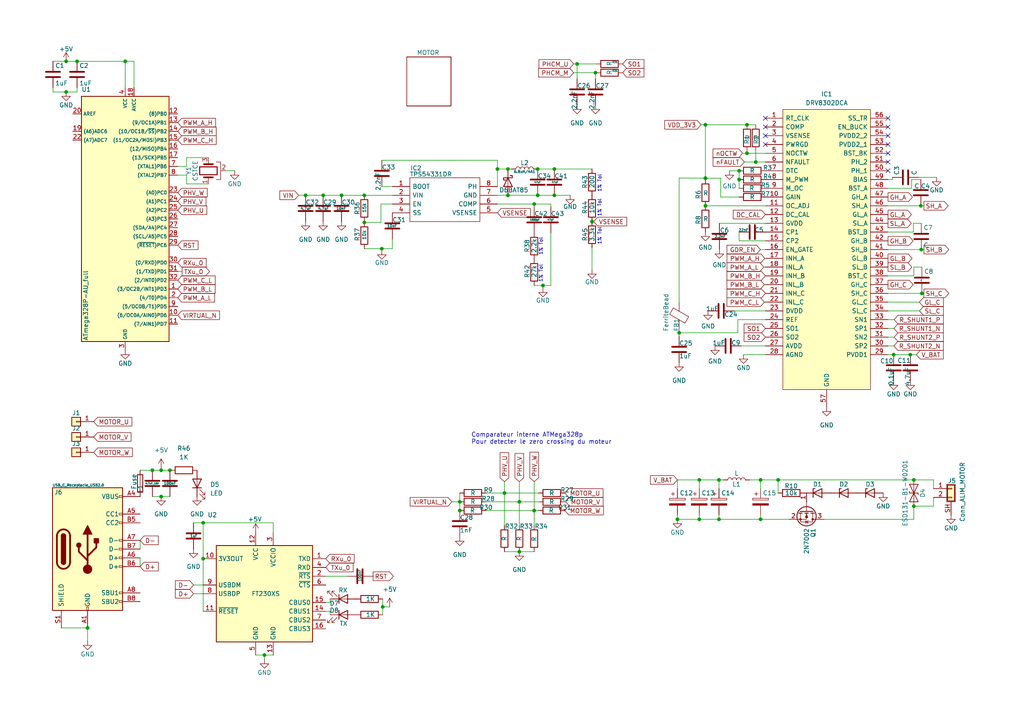
<source format=kicad_sch>
(kicad_sch (version 20230121) (generator eeschema)
  (paper "A4")
  (junction (at 196.977 96.52))
  (junction (at 214.376 49.53))
  (junction (at 202.819 139.192))
  (junction (at 204.597 51.6588))
  (junction (at 58.928 162.052))
  (junction (at 46.736 144.018))
  (junction (at 76.708 189.992))
  (junction (at 49.276 136.398))
  (junction (at 267.3858 85.09))
  (junction (at 214.376 52.07))
  (junction (at 172.72 21.082))
  (junction (at 167.386 18.542))
  (junction (at 220.599 139.192))
  (junction (at 216.662 44.45))
  (junction (at 171.704 64.262))
  (junction (at 150.622 160.02))
  (junction (at 155.956 56.642))
  (junction (at 259.207 102.87))
  (junction (at 88.646 56.642))
  (junction (at 267.208 72.39))
  (junction (at 144.272 49.022))
  (junction (at 133.35 148.082))
  (junction (at 46.736 136.398))
  (junction (at 110.744 72.136))
  (junction (at 216.662 36.195))
  (junction (at 105.664 56.642))
  (junction (at 208.534 139.192))
  (junction (at 22.352 17.78))
  (junction (at 36.322 17.78))
  (junction (at 19.177 17.78))
  (junction (at 105.664 64.516))
  (junction (at 19.177 26.67))
  (junction (at 264.033 102.87))
  (junction (at 160.782 49.022))
  (junction (at 160.782 56.642))
  (junction (at 196.469 150.622))
  (junction (at 265.049 146.812))
  (junction (at 154.94 59.182))
  (junction (at 265.049 139.192))
  (junction (at 93.726 56.642))
  (junction (at 147.32 49.022))
  (junction (at 157.48 82.804))
  (junction (at 225.679 139.192))
  (junction (at 208.534 150.622))
  (junction (at 219.2058 46.99))
  (junction (at 133.35 145.542))
  (junction (at 110.998 176.022))
  (junction (at 202.819 150.622))
  (junction (at 267.081 59.69))
  (junction (at 147.32 56.642))
  (junction (at 25.4 182.118))
  (junction (at 155.956 49.022))
  (junction (at 99.06 56.642))
  (junction (at 146.304 143.002))
  (junction (at 204.597 51.689))
  (junction (at 58.928 151.638))
  (junction (at 154.94 148.082))
  (junction (at 150.622 145.542))
  (junction (at 220.599 150.622))
  (junction (at 204.597 59.69))
  (junction (at 204.597 36.195))
  (junction (at 44.196 136.398))
  (no_connect (at 257.556 39.37))
  (no_connect (at 257.556 44.45))
  (no_connect (at 221.996 34.29))
  (no_connect (at 257.556 49.53))
  (no_connect (at 221.996 41.91))
  (no_connect (at 221.996 39.37))
  (no_connect (at 257.556 36.83))
  (no_connect (at 257.556 41.91))
  (no_connect (at 221.996 36.83))
  (no_connect (at 257.556 34.29))
  (no_connect (at 257.556 46.99))
  (wire (pts (xy 44.196 136.398) (xy 46.736 136.398)))
  (wire (pts (xy 105.664 64.516) (xy 110.49 64.516)))
  (wire (pts (xy 204.597 51.689) (xy 204.597 52.07)))
  (wire (pts (xy 22.352 26.67) (xy 19.177 26.67)))
  (wire (pts (xy 220.599 150.622) (xy 228.854 150.622)))
  (wire (pts (xy 44.196 136.398) (xy 40.64 136.398)))
  (wire (pts (xy 140.97 148.082) (xy 154.94 148.082)))
  (wire (pts (xy 266.6492 87.63) (xy 257.556 87.63)))
  (wire (pts (xy 219.202 43.815) (xy 219.2058 46.99)))
  (wire (pts (xy 140.97 143.002) (xy 146.304 143.002)))
  (wire (pts (xy 155.956 56.642) (xy 160.782 56.642)))
  (wire (pts (xy 165.354 56.642) (xy 160.782 56.642)))
  (wire (pts (xy 150.622 139.7) (xy 150.622 145.542)))
  (wire (pts (xy 202.819 139.192) (xy 196.469 139.192)))
  (wire (pts (xy 259.2578 95.25) (xy 257.556 95.25)))
  (wire (pts (xy 150.622 145.542) (xy 150.622 152.4)))
  (wire (pts (xy 208.534 141.732) (xy 208.534 139.192)))
  (wire (pts (xy 54.102 50.8) (xy 51.562 50.8)))
  (wire (pts (xy 270.764 146.812) (xy 270.764 144.272)))
  (wire (pts (xy 146.304 143.002) (xy 146.304 152.4)))
  (wire (pts (xy 225.679 139.192) (xy 265.049 139.192)))
  (wire (pts (xy 133.35 145.542) (xy 133.35 148.082)))
  (wire (pts (xy 155.956 49.022) (xy 160.782 49.022)))
  (wire (pts (xy 265.049 77.47) (xy 267.3858 77.47)))
  (wire (pts (xy 110.744 72.136) (xy 113.792 72.136)))
  (wire (pts (xy 95.758 174.752) (xy 94.488 174.752)))
  (wire (pts (xy 46.736 135.636) (xy 46.736 136.398)))
  (wire (pts (xy 214.376 52.07) (xy 214.376 54.61)))
  (wire (pts (xy 204.597 59.69) (xy 221.996 59.69)))
  (wire (pts (xy 154.94 59.182) (xy 159.766 59.182)))
  (wire (pts (xy 196.977 95.377) (xy 196.977 96.52)))
  (wire (pts (xy 110.744 72.136) (xy 105.664 72.136)))
  (wire (pts (xy 172.72 21.082) (xy 172.72 22.86)))
  (wire (pts (xy 68.072 49.53) (xy 65.532 49.53)))
  (wire (pts (xy 209.042 57.15) (xy 209.042 51.689)))
  (wire (pts (xy 215.011 100.33) (xy 221.996 100.33)))
  (wire (pts (xy 220.599 139.192) (xy 225.679 139.192)))
  (wire (pts (xy 257.556 85.09) (xy 267.3858 85.09)))
  (wire (pts (xy 172.212 64.262) (xy 171.704 64.262)))
  (wire (pts (xy 105.664 56.642) (xy 113.792 56.642)))
  (wire (pts (xy 203.327 36.195) (xy 204.597 36.195)))
  (wire (pts (xy 266.7 90.17) (xy 257.556 90.17)))
  (wire (pts (xy 196.977 97.536) (xy 196.977 96.52)))
  (wire (pts (xy 76.708 189.992) (xy 79.248 189.992)))
  (wire (pts (xy 204.597 36.195) (xy 216.662 36.195)))
  (wire (pts (xy 258.826 51.435) (xy 258.826 52.07)))
  (wire (pts (xy 196.469 139.192) (xy 196.469 141.732)))
  (wire (pts (xy 259.334 92.71) (xy 257.556 92.71)))
  (wire (pts (xy 213.995 96.52) (xy 213.995 92.71)))
  (wire (pts (xy 110.744 72.644) (xy 110.744 72.136)))
  (wire (pts (xy 215.9 46.99) (xy 219.2058 46.99)))
  (wire (pts (xy 150.622 160.02) (xy 154.94 160.02)))
  (wire (pts (xy 86.614 56.642) (xy 88.646 56.642)))
  (wire (pts (xy 58.928 151.638) (xy 58.928 162.052)))
  (wire (pts (xy 93.726 56.642) (xy 99.06 56.642)))
  (wire (pts (xy 172.72 21.082) (xy 172.974 21.082)))
  (wire (pts (xy 58.928 151.638) (xy 79.248 151.638)))
  (wire (pts (xy 217.424 139.192) (xy 220.599 139.192)))
  (wire (pts (xy 25.4 185.928) (xy 25.4 182.118)))
  (wire (pts (xy 159.766 82.804) (xy 157.48 82.804)))
  (wire (pts (xy 88.646 56.642) (xy 93.726 56.642)))
  (wire (pts (xy 54.102 53.34) (xy 60.452 53.34)))
  (wire (pts (xy 265.049 139.192) (xy 270.764 139.192)))
  (wire (pts (xy 265.049 150.622) (xy 239.014 150.622)))
  (wire (pts (xy 264.922 67.31) (xy 257.556 67.31)))
  (wire (pts (xy 110.998 178.308) (xy 110.998 176.022)))
  (wire (pts (xy 267.208 72.39) (xy 267.97 72.39)))
  (wire (pts (xy 211.582 49.53) (xy 214.376 49.53)))
  (wire (pts (xy 264.414 52.07) (xy 267.081 52.07)))
  (wire (pts (xy 264.033 102.87) (xy 259.207 102.87)))
  (wire (pts (xy 58.928 162.052) (xy 58.928 177.292)))
  (wire (pts (xy 99.06 56.642) (xy 105.664 56.642)))
  (wire (pts (xy 259.2578 100.33) (xy 257.556 100.33)))
  (wire (pts (xy 208.534 149.352) (xy 208.534 150.622)))
  (wire (pts (xy 221.5134 77.47) (xy 221.996 77.47)))
  (wire (pts (xy 147.32 49.022) (xy 148.336 49.022)))
  (wire (pts (xy 264.922 64.77) (xy 267.208 64.77)))
  (wire (pts (xy 220.599 149.352) (xy 220.599 150.622)))
  (wire (pts (xy 259.334 97.79) (xy 257.556 97.79)))
  (wire (pts (xy 215.646 102.87) (xy 221.996 102.87)))
  (wire (pts (xy 95.758 177.292) (xy 94.488 177.292)))
  (wire (pts (xy 213.995 92.71) (xy 221.996 92.71)))
  (wire (pts (xy 258.826 52.07) (xy 257.556 52.07)))
  (wire (pts (xy 221.6912 82.55) (xy 221.996 82.55)))
  (wire (pts (xy 36.322 17.78) (xy 36.322 25.4)))
  (wire (pts (xy 154.94 148.082) (xy 156.21 148.082)))
  (wire (pts (xy 154.94 148.082) (xy 154.94 152.4)))
  (wire (pts (xy 146.304 139.7) (xy 146.304 143.002)))
  (wire (pts (xy 110.744 54.102) (xy 113.792 54.102)))
  (wire (pts (xy 221.8182 74.93) (xy 221.996 74.93)))
  (wire (pts (xy 160.782 49.022) (xy 171.704 49.022)))
  (wire (pts (xy 196.469 149.352) (xy 196.469 150.622)))
  (wire (pts (xy 257.556 59.69) (xy 267.081 59.69)))
  (wire (pts (xy 44.196 144.018) (xy 46.736 144.018)))
  (wire (pts (xy 167.386 18.542) (xy 167.386 22.86)))
  (wire (pts (xy 265.049 146.812) (xy 265.049 150.622)))
  (wire (pts (xy 40.64 156.718) (xy 40.64 159.258)))
  (wire (pts (xy 54.102 53.34) (xy 54.102 50.8)))
  (wire (pts (xy 209.042 57.15) (xy 214.376 57.15)))
  (wire (pts (xy 147.32 56.642) (xy 155.956 56.642)))
  (wire (pts (xy 219.2058 46.99) (xy 221.996 46.99)))
  (wire (pts (xy 146.304 143.002) (xy 156.21 143.002)))
  (wire (pts (xy 264.414 54.61) (xy 264.414 52.07)))
  (wire (pts (xy 79.248 151.638) (xy 79.248 154.432)))
  (wire (pts (xy 196.977 51.6588) (xy 204.597 51.6588)))
  (wire (pts (xy 46.736 144.018) (xy 49.276 144.018)))
  (wire (pts (xy 216.662 43.815) (xy 216.662 44.45)))
  (wire (pts (xy 208.661 64.77) (xy 221.996 64.77)))
  (wire (pts (xy 40.64 161.798) (xy 40.64 164.338)))
  (wire (pts (xy 15.367 26.67) (xy 15.367 25.4)))
  (wire (pts (xy 204.597 51.689) (xy 209.042 51.689)))
  (wire (pts (xy 144.272 46.482) (xy 110.744 46.482)))
  (wire (pts (xy 204.597 36.195) (xy 204.597 51.6588)))
  (wire (pts (xy 216.662 44.45) (xy 221.996 44.45)))
  (wire (pts (xy 154.94 59.182) (xy 154.94 59.944)))
  (wire (pts (xy 74.168 189.992) (xy 76.708 189.992)))
  (wire (pts (xy 95.758 177.292) (xy 95.758 178.308)))
  (wire (pts (xy 140.97 145.542) (xy 150.622 145.542)))
  (wire (pts (xy 144.272 49.022) (xy 147.32 49.022)))
  (wire (pts (xy 144.272 59.182) (xy 154.94 59.182)))
  (wire (pts (xy 15.367 17.78) (xy 19.177 17.78)))
  (wire (pts (xy 216.662 36.195) (xy 219.202 36.195)))
  (wire (pts (xy 214.376 67.31) (xy 214.376 69.85)))
  (wire (pts (xy 271.653 51.435) (xy 266.446 51.435)))
  (wire (pts (xy 265.049 80.01) (xy 257.556 80.01)))
  (wire (pts (xy 202.819 141.732) (xy 202.819 139.192)))
  (wire (pts (xy 105.664 64.262) (xy 105.664 64.516)))
  (wire (pts (xy 51.562 78.74) (xy 52.832 78.74)))
  (wire (pts (xy 159.766 59.182) (xy 159.766 59.944)))
  (wire (pts (xy 150.622 145.542) (xy 156.21 145.542)))
  (wire (pts (xy 49.276 136.398) (xy 49.53 136.398)))
  (wire (pts (xy 209.804 139.192) (xy 208.534 139.192)))
  (wire (pts (xy 164.084 145.542) (xy 163.83 145.542)))
  (wire (pts (xy 56.134 172.212) (xy 58.928 172.212)))
  (wire (pts (xy 110.49 59.182) (xy 113.792 59.182)))
  (wire (pts (xy 267.3858 85.09) (xy 267.97 85.09)))
  (wire (pts (xy 196.977 87.757) (xy 196.977 51.6588)))
  (wire (pts (xy 154.94 139.7) (xy 154.94 148.082)))
  (wire (pts (xy 202.819 150.622) (xy 208.534 150.622)))
  (wire (pts (xy 157.48 82.804) (xy 154.94 82.804)))
  (wire (pts (xy 17.78 182.118) (xy 25.4 182.118)))
  (wire (pts (xy 113.792 72.136) (xy 113.792 69.342)))
  (wire (pts (xy 264.922 67.31) (xy 264.922 64.77)))
  (wire (pts (xy 76.708 191.262) (xy 76.708 189.992)))
  (wire (pts (xy 15.367 26.67) (xy 19.177 26.67)))
  (wire (pts (xy 38.862 25.4) (xy 38.862 17.78)))
  (wire (pts (xy 265.7856 102.87) (xy 264.033 102.87)))
  (wire (pts (xy 144.272 49.022) (xy 144.272 46.482)))
  (wire (pts (xy 46.736 136.398) (xy 49.276 136.398)))
  (wire (pts (xy 110.998 176.022) (xy 110.998 173.736)))
  (wire (pts (xy 144.272 56.642) (xy 147.32 56.642)))
  (wire (pts (xy 225.679 139.192) (xy 225.679 143.002)))
  (wire (pts (xy 167.386 18.542) (xy 172.974 18.542)))
  (wire (pts (xy 171.704 78.232) (xy 171.704 71.882)))
  (wire (pts (xy 146.304 160.02) (xy 150.622 160.02)))
  (wire (pts (xy 56.134 169.672) (xy 58.928 169.672)))
  (wire (pts (xy 36.322 17.78) (xy 38.862 17.78)))
  (wire (pts (xy 265.049 146.812) (xy 270.764 146.812)))
  (wire (pts (xy 202.819 149.352) (xy 202.819 150.622)))
  (wire (pts (xy 214.376 49.53) (xy 214.376 52.07)))
  (wire (pts (xy 220.5482 72.39) (xy 221.996 72.39)))
  (wire (pts (xy 267.081 59.69) (xy 267.97 59.69)))
  (wire (pts (xy 157.48 83.566) (xy 157.48 82.804)))
  (wire (pts (xy 113.03 176.022) (xy 110.998 176.022)))
  (wire (pts (xy 214.376 69.85) (xy 221.996 69.85)))
  (wire (pts (xy 166.37 21.082) (xy 172.72 21.082)))
  (wire (pts (xy 19.177 17.78) (xy 22.352 17.78)))
  (wire (pts (xy 22.352 17.78) (xy 36.322 17.78)))
  (wire (pts (xy 196.469 150.622) (xy 202.819 150.622)))
  (wire (pts (xy 270.764 141.732) (xy 270.764 139.192)))
  (wire (pts (xy 56.134 151.638) (xy 58.928 151.638)))
  (wire (pts (xy 208.534 150.622) (xy 220.599 150.622)))
  (wire (pts (xy 144.272 54.102) (xy 144.272 49.022)))
  (wire (pts (xy 259.207 102.87) (xy 257.556 102.87)))
  (wire (pts (xy 166.37 18.542) (xy 167.386 18.542)))
  (wire (pts (xy 215.392 44.45) (xy 216.662 44.45)))
  (wire (pts (xy 95.758 173.736) (xy 95.758 174.752)))
  (wire (pts (xy 54.102 45.72) (xy 54.102 48.26)))
  (wire (pts (xy 208.534 139.192) (xy 202.819 139.192)))
  (wire (pts (xy 94.488 167.132) (xy 100.584 167.132)))
  (wire (pts (xy 22.352 25.4) (xy 22.352 26.67)))
  (wire (pts (xy 265.049 80.01) (xy 265.049 77.47)))
  (wire (pts (xy 220.599 141.732) (xy 220.599 139.192)))
  (wire (pts (xy 133.35 143.002) (xy 133.35 145.542)))
  (wire (pts (xy 221.6912 87.63) (xy 221.996 87.63)))
  (wire (pts (xy 131.064 145.542) (xy 133.35 145.542)))
  (wire (pts (xy 204.597 51.6588) (xy 204.597 51.689)))
  (wire (pts (xy 159.766 67.564) (xy 159.766 82.804)))
  (wire (pts (xy 264.414 54.61) (xy 257.556 54.61)))
  (wire (pts (xy 196.977 96.52) (xy 213.995 96.52)))
  (wire (pts (xy 212.979 90.17) (xy 221.996 90.17)))
  (wire (pts (xy 257.556 72.39) (xy 267.208 72.39)))
  (wire (pts (xy 110.49 64.516) (xy 110.49 59.182)))
  (wire (pts (xy 54.102 48.26) (xy 51.562 48.26)))
  (wire (pts (xy 54.102 45.72) (xy 60.452 45.72)))
  (text "1% Tol" (at 174.498 55.88 90) (effects (font (size 1 1)) (justify left bottom)))
  (text "Comparateur interne ATMega328p\nPour detecter le zero crossing du moteur" (at 136.652 129.032 0) (effects (font (size 1.27 1.27)) (justify left bottom)))
  (text "1% Tol" (at 174.498 62.992 90) (effects (font (size 1 1)) (justify left bottom)))
  (text "1% Tol" (at 174.498 71.12 90) (effects (font (size 1 1)) (justify left bottom)))
  (text "1% Tol" (at 157.48 82.042 90) (effects (font (size 1 1)) (justify left bottom)))
  (text "1% Tol" (at 157.48 74.168 90) (effects (font (size 1 1)) (justify left bottom)))
  (global_label "PWM_A_L" (shape input) (at 51.562 86.36 0) (property "Intersheetrefs" "${INTERSHEET_REFS}" (effects hide)))
  (global_label "PWM_C_H" (shape input) (at 51.562 40.64 0) (property "Intersheetrefs" "${INTERSHEET_REFS}" (effects hide)))
  (global_label "TXu_0" (shape output) (at 52.832 78.74 0) (property "Intersheetrefs" "${INTERSHEET_REFS}" (effects hide)))
  (global_label "SO1" (shape input) (at 180.594 18.542 0) (property "Intersheetrefs" "${INTERSHEET_REFS}" (effects hide)))
  (global_label "RST" (shape output) (at 108.204 167.132 0) (property "Intersheetrefs" "${INTERSHEET_REFS}" (effects hide)))
  (global_label "D-" (shape input) (at 40.64 156.718 0) (property "Intersheetrefs" "${INTERSHEET_REFS}" (effects hide)))
  (global_label "R_SHUNT1_P" (shape input) (at 259.334 92.71 0) (property "Intersheetrefs" "${INTERSHEET_REFS}" (effects hide)))
  (global_label "MOTOR_U" (shape input) (at 27.178 122.301 0) (property "Intersheetrefs" "${INTERSHEET_REFS}" (effects hide)))
  (global_label "GH_C" (shape output) (at 257.556 82.55 0) (property "Intersheetrefs" "${INTERSHEET_REFS}" (effects hide)))
  (global_label "SO2" (shape input) (at 180.594 21.082 0) (property "Intersheetrefs" "${INTERSHEET_REFS}" (effects hide)))
  (global_label "GH_B" (shape output) (at 257.556 69.85 0) (property "Intersheetrefs" "${INTERSHEET_REFS}" (effects hide)))
  (global_label "R_SHUNT1_N" (shape input) (at 259.2578 95.25 0) (property "Intersheetrefs" "${INTERSHEET_REFS}" (effects hide)))
  (global_label "PWM_B_L" (shape input) (at 51.562 83.82 0) (property "Intersheetrefs" "${INTERSHEET_REFS}" (effects hide)))
  (global_label "SL_C" (shape input) (at 266.7 90.17 0) (property "Intersheetrefs" "${INTERSHEET_REFS}" (effects hide)))
  (global_label "DC_CAL" (shape input) (at 221.996 62.23 180) (property "Intersheetrefs" "${INTERSHEET_REFS}" (effects hide)))
  (global_label "VSENSE" (shape input) (at 144.272 61.722 0) (property "Intersheetrefs" "${INTERSHEET_REFS}" (effects hide)))
  (global_label "VIRTUAL_N" (shape input) (at 51.562 91.44 0) (property "Intersheetrefs" "${INTERSHEET_REFS}" (effects hide)))
  (global_label "PWM_B_L" (shape input) (at 221.6912 82.55 180) (property "Intersheetrefs" "${INTERSHEET_REFS}" (effects hide)))
  (global_label "PHV_W" (shape input) (at 51.562 55.88 0) (property "Intersheetrefs" "${INTERSHEET_REFS}" (effects hide)))
  (global_label "D+" (shape input) (at 56.134 172.212 180) (property "Intersheetrefs" "${INTERSHEET_REFS}" (effects hide)))
  (global_label "GL_A" (shape output) (at 257.556 62.23 0) (property "Intersheetrefs" "${INTERSHEET_REFS}" (effects hide)))
  (global_label "VIN" (shape input) (at 86.614 56.642 180) (property "Intersheetrefs" "${INTERSHEET_REFS}" (effects hide)))
  (global_label "SH_A" (shape output) (at 267.97 59.69 0) (property "Intersheetrefs" "${INTERSHEET_REFS}" (effects hide)))
  (global_label "PHV_U" (shape input) (at 146.304 139.7 90) (property "Intersheetrefs" "${INTERSHEET_REFS}" (effects hide)))
  (global_label "PHCM_U" (shape input) (at 166.37 18.542 180) (property "Intersheetrefs" "${INTERSHEET_REFS}" (effects hide)))
  (global_label "PWM_B_H" (shape input) (at 221.996 80.01 180) (property "Intersheetrefs" "${INTERSHEET_REFS}" (effects hide)))
  (global_label "MOTOR_U" (shape input) (at 163.83 143.002 0) (property "Intersheetrefs" "${INTERSHEET_REFS}" (effects hide)))
  (global_label "SL_A" (shape output) (at 257.556 64.77 0) (property "Intersheetrefs" "${INTERSHEET_REFS}" (effects hide)))
  (global_label "GL_C" (shape input) (at 266.6492 87.63 0) (property "Intersheetrefs" "${INTERSHEET_REFS}" (effects hide)))
  (global_label "VSENSE" (shape input) (at 172.212 64.262 0) (property "Intersheetrefs" "${INTERSHEET_REFS}" (effects hide)))
  (global_label "nOCTW" (shape input) (at 215.392 44.45 180) (property "Intersheetrefs" "${INTERSHEET_REFS}" (effects hide)))
  (global_label "D-" (shape input) (at 56.134 169.672 180) (property "Intersheetrefs" "${INTERSHEET_REFS}" (effects hide)))
  (global_label "R_SHUNT2_P" (shape input) (at 259.334 97.79 0) (property "Intersheetrefs" "${INTERSHEET_REFS}" (effects hide)))
  (global_label "SH_C" (shape output) (at 267.97 85.09 0) (property "Intersheetrefs" "${INTERSHEET_REFS}" (effects hide)))
  (global_label "R_SHUNT2_N" (shape input) (at 259.2578 100.33 0) (property "Intersheetrefs" "${INTERSHEET_REFS}" (effects hide)))
  (global_label "SO1" (shape input) (at 221.996 95.25 180) (property "Intersheetrefs" "${INTERSHEET_REFS}" (effects hide)))
  (global_label "MOTOR_V" (shape input) (at 27.178 126.746 0) (property "Intersheetrefs" "${INTERSHEET_REFS}" (effects hide)))
  (global_label "V_BAT" (shape input) (at 196.469 139.192 180) (property "Intersheetrefs" "${INTERSHEET_REFS}" (effects hide)))
  (global_label "PWM_C_L" (shape input) (at 221.6912 87.63 180) (property "Intersheetrefs" "${INTERSHEET_REFS}" (effects hide)))
  (global_label "SL_B" (shape output) (at 257.556 77.47 0) (property "Intersheetrefs" "${INTERSHEET_REFS}" (effects hide)))
  (global_label "RXu_0" (shape input) (at 94.488 162.052 0) (property "Intersheetrefs" "${INTERSHEET_REFS}" (effects hide)))
  (global_label "PWM_A_H" (shape input) (at 221.8182 74.93 180) (property "Intersheetrefs" "${INTERSHEET_REFS}" (effects hide)))
  (global_label "TXu_0" (shape input) (at 94.488 164.592 0) (property "Intersheetrefs" "${INTERSHEET_REFS}" (effects hide)))
  (global_label "SO2" (shape input) (at 221.996 97.79 180) (property "Intersheetrefs" "${INTERSHEET_REFS}" (effects hide)))
  (global_label "PHV_U" (shape input) (at 51.562 60.96 0) (property "Intersheetrefs" "${INTERSHEET_REFS}" (effects hide)))
  (global_label "PWM_C_L" (shape input) (at 51.562 81.28 0) (property "Intersheetrefs" "${INTERSHEET_REFS}" (effects hide)))
  (global_label "GDR_EN" (shape input) (at 220.5482 72.39 180) (property "Intersheetrefs" "${INTERSHEET_REFS}" (effects hide)))
  (global_label "SH_B" (shape output) (at 267.97 72.39 0) (property "Intersheetrefs" "${INTERSHEET_REFS}" (effects hide)))
  (global_label "RXu_0" (shape input) (at 51.562 76.2 0) (property "Intersheetrefs" "${INTERSHEET_REFS}" (effects hide)))
  (global_label "D+" (shape input) (at 40.64 164.338 0) (property "Intersheetrefs" "${INTERSHEET_REFS}" (effects hide)))
  (global_label "PHV_W" (shape input) (at 154.94 139.7 90) (property "Intersheetrefs" "${INTERSHEET_REFS}" (effects hide)))
  (global_label "PWM_A_L" (shape input) (at 221.5134 77.47 180) (property "Intersheetrefs" "${INTERSHEET_REFS}" (effects hide)))
  (global_label "nFAULT" (shape input) (at 215.9 46.99 180) (property "Intersheetrefs" "${INTERSHEET_REFS}" (effects hide)))
  (global_label "PHV_V" (shape input) (at 150.622 139.7 90) (property "Intersheetrefs" "${INTERSHEET_REFS}" (effects hide)))
  (global_label "GL_B" (shape output) (at 257.556 74.93 0) (property "Intersheetrefs" "${INTERSHEET_REFS}" (effects hide)))
  (global_label "PWM_C_H" (shape input) (at 221.996 85.09 180) (property "Intersheetrefs" "${INTERSHEET_REFS}" (effects hide)))
  (global_label "MOTOR_V" (shape input) (at 164.084 145.542 0) (property "Intersheetrefs" "${INTERSHEET_REFS}" (effects hide)))
  (global_label "PWM_A_H" (shape input) (at 51.562 35.56 0) (property "Intersheetrefs" "${INTERSHEET_REFS}" (effects hide)))
  (global_label "GH_A" (shape output) (at 257.556 57.15 0) (property "Intersheetrefs" "${INTERSHEET_REFS}" (effects hide)))
  (global_label "MOTOR_W" (shape input) (at 27.178 131.191 0) (property "Intersheetrefs" "${INTERSHEET_REFS}" (effects hide)))
  (global_label "RST" (shape input) (at 51.562 71.12 0) (property "Intersheetrefs" "${INTERSHEET_REFS}" (effects hide)))
  (global_label "PHCM_M" (shape input) (at 166.37 21.082 180) (property "Intersheetrefs" "${INTERSHEET_REFS}" (effects hide)))
  (global_label "PHV_V" (shape input) (at 51.562 58.42 0) (property "Intersheetrefs" "${INTERSHEET_REFS}" (effects hide)))
  (global_label "MOTOR_W" (shape input) (at 163.83 148.082 0) (property "Intersheetrefs" "${INTERSHEET_REFS}" (effects hide)))
  (global_label "VDD_3V3" (shape input) (at 203.327 36.195 180) (property "Intersheetrefs" "${INTERSHEET_REFS}" (effects hide)))
  (global_label "V_BAT" (shape input) (at 265.7856 102.87 0) (property "Intersheetrefs" "${INTERSHEET_REFS}" (effects hide)))
  (global_label "VIRTUAL_N" (shape input) (at 131.064 145.542 180) (property "Intersheetrefs" "${INTERSHEET_REFS}" (effects hide)))
  (global_label "PWM_B_H" (shape input) (at 51.562 38.1 0) (property "Intersheetrefs" "${INTERSHEET_REFS}" (effects hide)))
  (symbol (lib_id "Device:C") (at 155.956 52.832 0) (unit 1)
    (property "Reference" "C34" (at 155.956 51.054 0) (effects (justify left)))
    (property "Value" "47uF" (at 154.94 52.832 0) (effects (font (size 0.5 0.5)) (justify left)))
    (property "Footprint" "Capacitor_SMD:C_1206_3216Metric" (effects hide))
  )
  (symbol (lib_id "Device:LED") (at 99.568 173.736 0) (mirror x) (unit 1)
    (property "Reference" "D7" (at 98.298 175.006 0) (effects (justify right)))
    (property "Value" "RX" (at 100.838 171.196 0) (effects (justify right)))
    (property "Footprint" "LED_SMD:LED_1206_3216Metric_Pad1.42x1.75mm_HandSolder" (effects hide))
  )
  (symbol (lib_id "Connector_Generic:Conn_01x01") (at 22.098 122.301 0) (mirror y) (unit 1)
    (property "Reference" "J1" (at 22.098 119.761 0))
    (property "Value" "Conn_01x01" (effects hide))
    (property "Footprint" "Connector_JST:JST_ACH_BM01B-ACHSS-A-GAN-ETF_1x01-1MP_P1.20mm_Vertical" (effects hide))
  )
  (symbol (lib_id "power:GND") (at 57.15 144.018 0) (unit 1)
    (property "Reference" "#PWR038" (effects hide))
    (property "Value" "GND" (at 57.15 149.098 0))
  )
  (symbol (lib_id "Device:R") (at 154.94 78.994 180) (unit 1)
    (property "Reference" "R42" (at 152.908 80.645 90) (effects (justify right)))
    (property "Value" "27k" (at 154.94 80.518 90) (effects (justify right)))
    (property "Footprint" "Resistor_SMD:R_1206_3216Metric" (effects hide))
  )
  (symbol (lib_id "power:GND") (at 264.033 110.49 0) (unit 1)
    (property "Reference" "#PWR014" (effects hide))
    (property "Value" "GND" (at 264.033 114.3 0))
  )
  (symbol (lib_id "Device:R") (at 160.02 148.082 90) (unit 1)
    (property "Reference" "R31" (at 163.83 147.193 90))
    (property "Value" "R" (at 159.893 148.082 90))
    (property "Footprint" "Resistor_SMD:R_1206_3216Metric" (effects hide))
  )
  (symbol (lib_id "power:GND") (at 271.653 51.435 0) (unit 1)
    (property "Reference" "#PWR04" (effects hide))
    (property "Value" "GND" (at 271.653 55.118 0))
  )
  (symbol (lib_id "Device:R") (at 218.186 57.15 90) (unit 1)
    (property "Reference" "R7" (at 221.996 56.261 90))
    (property "Value" "R" (at 218.186 57.15 90))
    (property "Footprint" "Resistor_SMD:R_1206_3216Metric" (effects hide))
  )
  (symbol (lib_id "Device:FerriteBead") (at 196.977 91.567 0) (unit 1)
    (property "Reference" "FB1" (at 196.215 96.139 90) (effects (justify left)))
    (property "Value" "FerriteBead" (at 193.167 96.139 90) (effects (justify left)))
    (property "Footprint" "Inductor_SMD:L_1206_3216Metric" (effects hide))
  )
  (symbol (lib_id "power:GND") (at 211.582 49.53 0) (unit 1)
    (property "Reference" "#PWR03" (effects hide))
    (property "Value" "GND" (at 211.582 53.975 0))
  )
  (symbol (lib_id "Device:R") (at 216.662 40.005 180) (unit 1)
    (property "Reference" "R1" (at 216.662 40.513 90))
    (property "Value" "R" (at 216.662 40.005 0))
    (property "Footprint" "Resistor_SMD:R_1206_3216Metric" (effects hide))
  )
  (symbol (lib_id "Device:C") (at 208.661 68.58 0) (unit 1)
    (property "Reference" "C6" (at 208.788 66.802 0) (effects (justify left)))
    (property "Value" "2.2nF" (at 207.264 68.58 0) (effects (font (size 0.75 0.75)) (justify left)))
    (property "Footprint" "Capacitor_SMD:C_1206_3216Metric" (effects hide))
  )
  (symbol (lib_id "power:GND") (at 25.4 185.928 0) (unit 1)
    (property "Reference" "#PWR055" (effects hide))
    (property "Value" "GND" (at 25.4 189.738 0))
  )
  (symbol (lib_id "Device:R") (at 137.16 148.082 90) (unit 1)
    (property "Reference" "R30" (at 140.97 147.193 90))
    (property "Value" "R" (at 137.033 148.082 90))
    (property "Footprint" "Resistor_SMD:R_1206_3216Metric" (effects hide))
  )
  (symbol (lib_id "Device:R") (at 146.304 156.21 180) (unit 1)
    (property "Reference" "R32" (at 148.336 152.654 0))
    (property "Value" "R" (at 146.304 156.21 90))
    (property "Footprint" "Resistor_SMD:R_1206_3216Metric" (effects hide))
  )
  (symbol (lib_id "power:GND") (at 99.06 64.262 0) (unit 1)
    (property "Reference" "#PWR029" (effects hide))
    (property "Value" "GND" (at 99.06 69.469 0))
  )
  (symbol (lib_id "power:GND") (at 133.35 155.702 0) (unit 1)
    (property "Reference" "#PWR06" (effects hide))
    (property "Value" "GND" (at 133.35 160.909 0))
  )
  (symbol (lib_id "Device:R") (at 154.94 156.21 180) (unit 1)
    (property "Reference" "R34" (at 156.972 152.654 0))
    (property "Value" "R" (at 154.94 156.337 90))
    (property "Footprint" "Resistor_SMD:R_1206_3216Metric" (effects hide))
  )
  (symbol (lib_id "Device:L") (at 152.146 49.022 90) (unit 1)
    (property "Reference" "6.8uH/4A1" (at 152.146 49.784 90) (effects (font (size 0.75 0.75))))
    (property "Value" "L2" (at 152.146 47.244 90))
    (property "Footprint" "Inductor_SMD:L_1206_3216Metric" (effects hide))
  )
  (symbol (lib_id "power:+5V") (at 74.168 154.432 0) (unit 1)
    (property "Reference" "#PWR036" (effects hide))
    (property "Value" "+5V" (at 73.914 150.622 0))
  )
  (symbol (lib_id "Dam_libkicad:TPS54331DR") (at 113.792 54.102 0) (unit 1)
    (property "Reference" "IC2" (at 120.65 48.768 0))
    (property "Value" "TPS54331DR" (at 124.968 50.546 0))
    (property "Footprint" "Dam_libkicad:SOIC127P600X175-8N" (effects hide))
    (property "Datasheet" "http://www.ti.com/lit/gpn/tps54331" (effects hide))
    (property "Description" "Texas Instruments TPS54331DR, Step Down DC-DC Converter, 3A, Adjustable, 0.8  25 V, 8-Pin SOIC" (effects hide))
    (property "Height" "1.75" (effects hide))
    (property "Manufacturer_Name" "Texas Instruments" (effects hide))
    (property "Manufacturer_Part_Number" "TPS54331DR" (effects hide))
    (property "Mouser Part Number" "595-TPS54331DR" (effects hide))
    (property "Mouser Price/Stock" "https://www.mouser.co.uk/ProductDetail/Texas-Instruments/TPS54331DR?qs=QyYHynRG50rsSYcB%2Ftz4Yw%3D%3D" (effects hide))
    (property "Arrow Part Number" "TPS54331DR" (effects hide))
    (property "Arrow Price/Stock" "https://www.arrow.com/en/products/tps54331dr/texas-instruments?region=nac" (effects hide))
  )
  (symbol (lib_id "Device:C") (at 259.207 106.68 0) (unit 1)
    (property "Reference" "C10" (at 255.2446 104.6988 0) (effects (justify left)))
    (property "Value" "0.1uF" (at 258.445 111.887 90) (effects (justify left)))
    (property "Footprint" "Capacitor_SMD:C_1206_3216Metric" (effects hide))
  )
  (symbol (lib_id "Device:C") (at 167.386 26.67 0) (unit 1)
    (property "Reference" "C26" (at 167.386 24.892 0) (effects (justify left)))
    (property "Value" "2.2nF" (at 166.624 31.75 90) (effects (justify left)))
    (property "Footprint" "Capacitor_SMD:C_1206_3216Metric" (effects hide))
  )
  (symbol (lib_id "Device:R") (at 171.704 68.072 180) (unit 1)
    (property "Reference" "R45" (at 169.672 69.977 90) (effects (justify right)))
    (property "Value" "3.3k" (at 171.704 70.104 90) (effects (justify right)))
    (property "Footprint" "Resistor_SMD:R_1206_3216Metric" (effects hide))
  )
  (symbol (lib_id "Device:C_Polarized") (at 208.534 145.542 0) (unit 1)
    (property "Reference" "C14" (at 209.169 143.002 0) (effects (justify left)))
    (property "Value" "C_Polarized" (effects hide))
    (property "Footprint" "Capacitor_SMD:CP_Elec_4x3" (effects hide))
  )
  (symbol (lib_id "power:GND") (at 207.391 100.33 0) (unit 1)
    (property "Reference" "#PWR010" (effects hide))
    (property "Value" "GND" (at 207.391 104.775 0))
  )
  (symbol (lib_id "Device:R") (at 204.597 55.88 180) (unit 1)
    (property "Reference" "R6" (at 202.565 57.785 90) (effects (justify right)))
    (property "Value" "R" (at 203.962 56.007 0) (effects (justify right)))
    (property "Footprint" "Resistor_SMD:R_1206_3216Metric" (effects hide))
  )
  (symbol (lib_id "Device:C") (at 44.196 140.208 0) (unit 1)
    (property "Reference" "C45" (effects hide))
    (property "Value" "4.7uF_16V" (at 42.164 140.208 0) (effects (font (size 0.5 0.5)) (justify left)))
    (property "Footprint" "Capacitor_SMD:C_1206_3216Metric_Pad1.33x1.80mm_HandSolder" (effects hide))
  )
  (symbol (lib_id "Device:C") (at 104.394 167.132 270) (unit 1)
    (property "Reference" "C47" (effects hide))
    (property "Value" "100nF" (at 104.394 166.878 0) (effects (font (size 0.75 0.75))))
    (property "Footprint" "Capacitor_SMD:C_1206_3216Metric_Pad1.33x1.80mm_HandSolder" (effects hide))
  )
  (symbol (lib_id "power:GND") (at 239.776 118.11 0) (unit 1)
    (property "Reference" "#PWR025" (effects hide))
    (property "Value" "GND" (at 239.776 123.317 0))
  )
  (symbol (lib_id "Device:C") (at 267.208 68.58 0) (unit 1)
    (property "Reference" "C7" (at 267.843 66.04 0) (effects (justify left)))
    (property "Value" "C" (at 267.843 71.12 0) (effects (justify left)))
    (property "Footprint" "Capacitor_SMD:C_1206_3216Metric" (effects hide))
  )
  (symbol (lib_id "power:GND") (at 56.134 159.258 0) (unit 1)
    (property "Reference" "#PWR053" (effects hide))
    (property "Value" "GND" (at 56.134 164.338 0))
  )
  (symbol (lib_id "Device:C") (at 15.367 21.59 0) (unit 1)
    (property "Reference" "C1" (at 16.002 19.05 0) (effects (justify left)))
    (property "Value" "1uF" (at 16.002 24.13 0) (effects (justify left)))
    (property "Footprint" "Dam_libkicad:1206" (effects hide))
  )
  (symbol (lib_id "power:GND") (at 196.469 150.622 0) (unit 1)
    (property "Reference" "#PWR017" (effects hide))
    (property "Value" "GND" (at 196.469 154.432 0))
  )
  (symbol (lib_id "Device:Fuse") (at 40.64 140.208 0) (unit 1)
    (property "Reference" "F1" (at 40.64 143.002 90) (effects (justify left)))
    (property "Value" "Fuse" (at 38.862 141.986 90) (effects (justify left)))
    (property "Footprint" "Fuse:Fuse_1206_3216Metric_Pad1.42x1.75mm_HandSolder" (effects hide))
  )
  (symbol (lib_id "Device:C") (at 262.636 51.435 90) (unit 1)
    (property "Reference" "C3" (at 260.096 50.8 0) (effects (justify left)))
    (property "Value" "C" (at 265.176 50.8 0) (effects (justify left)))
    (property "Footprint" "Capacitor_SMD:C_1206_3216Metric" (effects hide))
  )
  (symbol (lib_id "Device:C") (at 49.276 140.208 0) (unit 1)
    (property "Reference" "C46" (effects hide))
    (property "Value" "100nF" (at 47.498 140.208 0) (effects (font (size 0.75 0.75)) (justify left)))
    (property "Footprint" "Capacitor_SMD:C_1206_3216Metric_Pad1.33x1.80mm_HandSolder" (effects hide))
  )
  (symbol (lib_id "Device:C") (at 264.033 106.68 0) (unit 1)
    (property "Reference" "C11" (at 260.2738 104.5718 0) (effects (justify left)))
    (property "Value" "4.7uF" (at 263.271 111.887 90) (effects (justify left)))
    (property "Footprint" "Capacitor_SMD:C_1206_3216Metric" (effects hide))
  )
  (symbol (lib_id "Device:R") (at 171.704 60.452 180) (unit 1)
    (property "Reference" "R44" (at 169.672 62.103 90) (effects (justify right)))
    (property "Value" "10k" (at 171.704 61.976 90) (effects (justify right)))
    (property "Footprint" "Resistor_SMD:R_1206_3216Metric" (effects hide))
  )
  (symbol (lib_id "Device:C") (at 56.134 155.448 180) (unit 1)
    (property "Reference" "C44" (effects hide))
    (property "Value" "1uF" (at 55.118 155.448 0) (effects (font (size 0.75 0.75)) (justify right)))
    (property "Footprint" "Capacitor_SMD:C_1206_3216Metric_Pad1.33x1.80mm_HandSolder" (effects hide))
  )
  (symbol (lib_id "Device:C") (at 154.94 63.754 0) (unit 1)
    (property "Reference" "C42" (at 154.94 61.976 0) (effects (justify left)))
    (property "Value" "1000pF" (at 153.67 63.754 0) (effects (font (size 0.5 0.5)) (justify left)))
    (property "Footprint" "Capacitor_SMD:C_1206_3216Metric" (effects hide))
  )
  (symbol (lib_id "power:GND") (at 165.354 56.642 0) (unit 1)
    (property "Reference" "#PWR032" (effects hide))
    (property "Value" "GND" (at 165.354 59.944 0))
  )
  (symbol (lib_id "power:GND") (at 256.159 143.002 0) (unit 1)
    (property "Reference" "#PWR015" (effects hide))
    (property "Value" "GND" (at 256.159 146.812 0))
  )
  (symbol (lib_id "Device:R") (at 171.704 52.832 180) (unit 1)
    (property "Reference" "R43" (at 169.672 54.737 90) (effects (justify right)))
    (property "Value" "200" (at 171.704 54.61 90) (effects (justify right)))
    (property "Footprint" "Resistor_SMD:R_1206_3216Metric" (effects hide))
  )
  (symbol (lib_id "power:GND") (at 68.072 49.53 0) (unit 1)
    (property "Reference" "#PWR05" (effects hide))
    (property "Value" "GND" (at 68.072 53.34 0))
  )
  (symbol (lib_id "Device:R") (at 176.784 18.542 270) (unit 1)
    (property "Reference" "R25" (at 179.07 18.034 90) (effects (font (size 0.5 0.5)) (justify right)))
    (property "Value" "R" (at 176.784 19.177 0) (effects (justify right)))
    (property "Footprint" "Resistor_SMD:R_1206_3216Metric" (effects hide))
  )
  (symbol (lib_id "Device:C") (at 218.186 67.31 270) (unit 1)
    (property "Reference" "C5" (at 218.821 66.675 90) (effects (justify left)))
    (property "Value" "22nF" (at 214.1982 66.7258 90) (effects (font (size 0.75 0.75)) (justify left)))
    (property "Footprint" "Capacitor_SMD:C_1206_3216Metric" (effects hide))
  )
  (symbol (lib_id "Transistor_FET:2N7002") (at 233.934 148.082 270) (unit 1)
    (property "Reference" "Q1" (at 235.839 153.162 0) (effects (justify left)))
    (property "Value" "2N7002" (at 233.934 153.162 0) (effects (justify left)))
    (property "Footprint" "Package_TO_SOT_SMD:SOT-23" (effects hide))
    (property "Datasheet" "https://www.onsemi.com/pub/Collateral/NDS7002A-D.PDF" (effects hide))
  )
  (symbol (lib_id "power:GND") (at 215.646 102.87 0) (unit 1)
    (property "Reference" "#PWR011" (effects hide))
    (property "Value" "GND" (at 215.646 106.68 0))
  )
  (symbol (lib_id "Connector:USB_C_Receptacle_USB2.0") (at 25.4 159.258 0) (unit 1)
    (property "Reference" "J6" (at 15.748 142.748 0) (effects (justify left)))
    (property "Value" "USB_C_Receptacle_USB2.0" (at 30.226 140.716 0) (effects (font (size 0.75 0.75)) (justify right)))
    (property "Footprint" "Connector_USB:USB_C_Receptacle_GCT_USB4105-xx-A_16P_TopMnt_Horizontal" (effects hide))
    (property "Datasheet" "https://www.usb.org/sites/default/files/documents/usb_type-c.zip" (effects hide))
  )
  (symbol (lib_id "Device:C_Polarized") (at 196.469 145.542 0) (unit 1)
    (property "Reference" "C12" (at 197.104 143.002 0) (effects (justify left)))
    (property "Value" "C_Polarized" (effects hide))
    (property "Footprint" "Capacitor_SMD:CP_Elec_4x3" (effects hide))
  )
  (symbol (lib_id "Dam_libkicad:DRV8302DCA") (at 221.996 34.29 0) (unit 1)
    (property "Reference" "IC1" (at 239.776 27.305 0))
    (property "Value" "DRV8302DCA" (at 239.776 29.845 0))
    (property "Footprint" "Dam_libkicad:SOP50P810X120-57N" (effects hide))
    (property "Datasheet" "http://www.ti.com/lit/ds/symlink/drv8302.pdf" (effects hide))
    (property "Description" "3-Phase Brushless Motor Pre-Driver DRV8302DCA, Motor Driver, 3-Phase Motor Driver, 200kHz 8 ??? 60 V, 56-Pin HTSSOP" (effects hide))
    (property "Height" "1.2" (effects hide))
    (property "Mouser Part Number" "595-DRV8302DCA" (effects hide))
    (property "Mouser Price/Stock" "https://www.mouser.co.uk/ProductDetail/Texas-Instruments/DRV8302DCA?qs=UMk2QrKu%2FwwgoG3aN39ZGg%3D%3D" (effects hide))
    (property "Manufacturer_Name" "Texas Instruments" (effects hide))
    (property "Manufacturer_Part_Number" "DRV8302DCA" (effects hide))
  )
  (symbol (lib_id "power:GND") (at 196.977 105.156 0) (unit 1)
    (property "Reference" "#PWR022" (effects hide))
    (property "Value" "GND" (at 196.977 110.363 0))
  )
  (symbol (lib_id "Device:Crystal_GND2") (at 60.452 49.53 90) (unit 1)
    (property "Reference" "Y1" (at 54.737 49.53 0))
    (property "Value" "CSTCE" (at 56.642 49.53 0))
    (property "Footprint" "Dam_libkicad:osc_CSTCE" (effects hide))
  )
  (symbol (lib_id "power:GND") (at 88.646 64.262 0) (unit 1)
    (property "Reference" "#PWR031" (effects hide))
    (property "Value" "GND" (at 88.646 69.469 0))
  )
  (symbol (lib_id "Diode:ZMMxx") (at 244.729 143.002 0) (unit 1)
    (property "Reference" "D2" (at 244.729 140.462 0))
    (property "Value" "ZMMxx" (effects hide))
    (property "Footprint" "Diode_SMD:D_MiniMELF" (effects hide))
    (property "Datasheet" "https://diotec.com/tl_files/diotec/files/pdf/datasheets/zmm1.pdf" (effects hide))
  )
  (symbol (lib_id "Device:C") (at 196.977 101.346 0) (unit 1)
    (property "Reference" "C25" (at 196.977 99.568 0) (effects (justify left)))
    (property "Value" "1uF" (at 196.977 103.251 0) (effects (justify left)))
    (property "Footprint" "Capacitor_SMD:C_1206_3216Metric" (effects hide))
  )
  (symbol (lib_id "Connector_Generic:Conn_01x01") (at 22.098 131.191 0) (mirror y) (unit 1)
    (property "Reference" "J3" (at 22.098 128.651 0))
    (property "Value" "Conn_01x01" (effects hide))
    (property "Footprint" "Connector_JST:JST_ACH_BM01B-ACHSS-A-GAN-ETF_1x01-1MP_P1.20mm_Vertical" (effects hide))
  )
  (symbol (lib_id "Device:C") (at 159.766 63.754 0) (unit 1)
    (property "Reference" "C43" (at 159.766 61.976 0) (effects (justify left)))
    (property "Value" "47pF" (at 158.75 63.754 0) (effects (font (size 0.5 0.5)) (justify left)))
    (property "Footprint" "Capacitor_SMD:C_1206_3216Metric" (effects hide))
  )
  (symbol (lib_id "Device:C") (at 267.081 55.88 0) (unit 1)
    (property "Reference" "C4" (at 267.081 53.975 0) (effects (justify left)))
    (property "Value" "C" (at 265.176 53.975 0) (effects (justify left)))
    (property "Footprint" "Capacitor_SMD:C_1206_3216Metric" (effects hide))
  )
  (symbol (lib_id "Device:C") (at 99.06 60.452 0) (unit 1)
    (property "Reference" "C30" (at 99.06 58.674 0) (effects (justify left)))
    (property "Value" "10nF" (at 97.536 60.452 0) (effects (font (size 0.75 0.75)) (justify left)))
    (property "Footprint" "Capacitor_SMD:C_1206_3216Metric" (effects hide))
  )
  (symbol (lib_id "Diode:ZMMxx") (at 252.349 143.002 0) (unit 1)
    (property "Reference" "D3" (at 252.349 140.462 0))
    (property "Value" "ZMMxx" (effects hide))
    (property "Footprint" "Diode_SMD:D_MiniMELF" (effects hide))
    (property "Datasheet" "https://diotec.com/tl_files/diotec/files/pdf/datasheets/zmm1.pdf" (effects hide))
  )
  (symbol (lib_id "Device:C_Polarized") (at 220.599 145.542 0) (unit 1)
    (property "Reference" "C15" (at 221.234 143.002 0) (effects (justify left)))
    (property "Value" "C_Polarized" (effects hide))
    (property "Footprint" "Capacitor_SMD:CP_Elec_4x3" (effects hide))
  )
  (symbol (lib_id "Device:R") (at 107.188 173.736 90) (unit 1)
    (property "Reference" "R47" (effects hide))
    (property "Value" "1K" (at 107.442 173.736 90))
    (property "Footprint" "Resistor_SMD:R_1206_3216Metric_Pad1.30x1.75mm_HandSolder" (effects hide))
  )
  (symbol (lib_id "power:+5V") (at 19.177 17.78 0) (unit 1)
    (property "Reference" "#PWR01" (effects hide))
    (property "Value" "+5V" (at 19.177 14.224 0))
  )
  (symbol (lib_id "Interface_USB:FT230XS") (at 76.708 172.212 0) (unit 1)
    (property "Reference" "U2" (at 60.198 149.352 0) (effects (justify left)))
    (property "Value" "FT230XS" (at 72.898 172.212 0) (effects (justify left)))
    (property "Footprint" "Package_SO:SSOP-16_5.3x6.2mm_P0.65mm" (effects hide))
    (property "Datasheet" "https://www.ftdichip.com/Support/Documents/DataSheets/ICs/DS_FT230X.pdf" (effects hide))
  )
  (symbol (lib_id "Device:C") (at 113.792 65.532 0) (unit 1)
    (property "Reference" "C31" (at 113.792 63.754 0) (effects (justify left)))
    (property "Value" "10nF" (at 112.268 65.532 0) (effects (font (size 0.75 0.75)) (justify left)))
    (property "Footprint" "Capacitor_SMD:C_1206_3216Metric" (effects hide))
  )
  (symbol (lib_id "Device:R") (at 137.16 143.002 90) (unit 1)
    (property "Reference" "R9" (at 141.605 142.113 90))
    (property "Value" "R" (at 137.16 143.002 90))
    (property "Footprint" "Resistor_SMD:R_1206_3216Metric" (effects hide))
  )
  (symbol (lib_id "Device:R") (at 137.16 145.542 90) (unit 1)
    (property "Reference" "R28" (at 141.605 144.653 90))
    (property "Value" "R" (at 137.16 145.542 90))
    (property "Footprint" "Resistor_SMD:R_1206_3216Metric" (effects hide))
  )
  (symbol (lib_id "Connector_Generic:Conn_01x01") (at 22.098 126.746 0) (mirror y) (unit 1)
    (property "Reference" "J2" (at 22.098 124.206 0))
    (property "Value" "Conn_01x01" (effects hide))
    (property "Footprint" "Connector_JST:JST_ACH_BM01B-ACHSS-A-GAN-ETF_1x01-1MP_P1.20mm_Vertical" (effects hide))
  )
  (symbol (lib_id "Device:R") (at 176.784 21.082 270) (unit 1)
    (property "Reference" "R26" (at 179.07 20.574 90) (effects (font (size 0.5 0.5)) (justify right)))
    (property "Value" "R" (at 176.784 21.717 0) (effects (justify right)))
    (property "Footprint" "Resistor_SMD:R_1206_3216Metric" (effects hide))
  )
  (symbol (lib_id "Device:R") (at 107.188 178.308 270) (unit 1)
    (property "Reference" "R48" (effects hide))
    (property "Value" "1K" (at 107.442 178.308 90))
    (property "Footprint" "Resistor_SMD:R_1206_3216Metric_Pad1.30x1.75mm_HandSolder" (effects hide))
  )
  (symbol (lib_id "Device:R") (at 150.622 156.21 180) (unit 1)
    (property "Reference" "R33" (at 152.654 152.654 0))
    (property "Value" "R" (at 150.622 156.21 90))
    (property "Footprint" "Resistor_SMD:R_1206_3216Metric" (effects hide))
  )
  (symbol (lib_id "power:GND") (at 167.386 30.48 0) (unit 1)
    (property "Reference" "#PWR024" (effects hide))
    (property "Value" "GND" (at 167.386 35.687 0))
  )
  (symbol (lib_id "Device:R") (at 218.186 52.07 90) (unit 1)
    (property "Reference" "R4" (at 222.631 51.181 90))
    (property "Value" "R" (at 218.186 52.07 90))
    (property "Footprint" "Resistor_SMD:R_1206_3216Metric" (effects hide))
  )
  (symbol (lib_id "Device:C") (at 211.201 100.33 270) (unit 1)
    (property "Reference" "C9" (at 212.09 99.441 90) (effects (justify left)))
    (property "Value" "1uF" (at 206.629 99.441 90) (effects (justify left)))
    (property "Footprint" "Capacitor_SMD:C_1206_3216Metric" (effects hide))
  )
  (symbol (lib_id "power:GND") (at 93.726 64.262 0) (unit 1)
    (property "Reference" "#PWR028" (effects hide))
    (property "Value" "GND" (at 93.726 69.469 0))
  )
  (symbol (lib_id "Device:LED") (at 57.15 140.208 90) (unit 1)
    (property "Reference" "D5" (at 60.96 140.5255 90) (effects (justify right)))
    (property "Value" "LED" (at 60.96 143.0655 90) (effects (justify right)))
    (property "Footprint" "LED_SMD:LED_1206_3216Metric_Pad1.42x1.75mm_HandSolder" (effects hide))
  )
  (symbol (lib_id "Device:C_Polarized") (at 202.819 145.542 0) (unit 1)
    (property "Reference" "C13" (at 203.454 143.002 0) (effects (justify left)))
    (property "Value" "C_Polarized" (effects hide))
    (property "Footprint" "Capacitor_SMD:CP_Elec_4x3" (effects hide))
  )
  (symbol (lib_id "Device:C") (at 110.744 50.292 0) (unit 1)
    (property "Reference" "C33" (at 110.744 48.514 0) (effects (justify left)))
    (property "Value" "2.2nF" (at 109.728 55.372 90) (effects (justify left)))
    (property "Footprint" "Capacitor_SMD:C_1206_3216Metric" (effects hide))
  )
  (symbol (lib_id "Diode:BAT85") (at 147.32 52.832 270) (unit 1)
    (property "Reference" "D6" (at 144.78 55.118 90) (effects (justify left)))
    (property "Value" "BAT85" (at 147.32 55.118 90) (effects (justify left)))
    (property "Footprint" "Diode_THT:D_DO-35_SOD27_P7.62mm_Horizontal" (effects hide))
    (property "Datasheet" "https://assets.nexperia.com/documents/data-sheet/BAT85.pdf" (effects hide))
  )
  (symbol (lib_id "Connector_Generic_Shielded:Conn_01x02_Shielded") (at 275.844 141.732 0) (unit 1)
    (property "Reference" "J5" (at 276.098 139.446 0))
    (property "Value" "Conn_ALIM_MOTOR" (at 279.146 151.384 90) (effects (justify left)))
  )
  (symbol (lib_id "Device:R") (at 160.02 145.542 90) (unit 1)
    (property "Reference" "R29" (at 164.465 144.653 90))
    (property "Value" "R" (at 160.02 145.542 90))
    (property "Footprint" "Resistor_SMD:R_1206_3216Metric" (effects hide))
  )
  (symbol (lib_id "power:GND") (at 259.207 110.49 0) (unit 1)
    (property "Reference" "#PWR013" (effects hide))
    (property "Value" "GND" (at 259.207 114.3 0))
  )
  (symbol (lib_id "Diode:ZMMxx") (at 237.109 143.002 0) (unit 1)
    (property "Reference" "D1" (at 237.109 140.462 0))
    (property "Value" "ZMMxx" (effects hide))
    (property "Footprint" "Diode_SMD:D_MiniMELF" (effects hide))
    (property "Datasheet" "https://diotec.com/tl_files/diotec/files/pdf/datasheets/zmm1.pdf" (effects hide))
  )
  (symbol (lib_id "power:GND") (at 46.736 144.018 0) (unit 1)
    (property "Reference" "#PWR037" (effects hide))
    (property "Value" "GND" (at 46.736 149.098 0))
  )
  (symbol (lib_id "Device:C") (at 160.782 52.832 0) (unit 1)
    (property "Reference" "C41" (at 160.782 51.054 0) (effects (justify left)))
    (property "Value" "47uF" (at 160.02 52.832 0) (effects (font (size 0.5 0.5)) (justify left)))
    (property "Footprint" "Capacitor_SMD:C_1206_3216Metric" (effects hide))
  )
  (symbol (lib_id "Device:R") (at 160.02 143.002 90) (unit 1)
    (property "Reference" "R27" (at 164.465 142.113 90))
    (property "Value" "R" (at 160.02 143.002 90))
    (property "Footprint" "Resistor_SMD:R_1206_3216Metric" (effects hide))
  )
  (symbol (lib_id "Device:L") (at 213.614 139.192 90) (unit 1)
    (property "Reference" "L1" (at 213.614 140.462 90))
    (property "Value" "L" (at 213.614 137.287 90))
    (property "Footprint" "Inductor_SMD:L_1206_3216Metric" (effects hide))
  )
  (symbol (lib_id "power:GND") (at 76.708 191.262 0) (unit 1)
    (property "Reference" "#PWR054" (effects hide))
    (property "Value" "GND" (at 76.708 195.072 0))
  )
  (symbol (lib_id "power:GND") (at 208.661 72.39 0) (unit 1)
    (property "Reference" "#PWR09" (effects hide))
    (property "Value" "GND" (at 208.661 76.835 0))
  )
  (symbol (lib_id "power:+5V") (at 113.03 176.022 0) (unit 1)
    (property "Reference" "#PWR039" (effects hide))
    (property "Value" "+5V" (at 113.03 170.942 0))
  )
  (symbol (lib_id "power:GND") (at 275.844 149.352 0) (unit 1)
    (property "Reference" "#PWR016" (effects hide))
    (property "Value" "GND" (at 275.844 153.162 0))
  )
  (symbol (lib_id "Device:C") (at 172.72 26.67 0) (unit 1)
    (property "Reference" "C27" (at 172.72 24.892 0) (effects (justify left)))
    (property "Value" "2.2nF" (at 171.704 31.75 90) (effects (justify left)))
    (property "Footprint" "Capacitor_SMD:C_1206_3216Metric" (effects hide))
  )
  (symbol (lib_id "Device:R") (at 105.664 60.452 180) (unit 1)
    (property "Reference" "R36" (at 103.632 62.357 90) (effects (justify right)))
    (property "Value" "15k" (at 105.664 61.722 90) (effects (font (size 1 1)) (justify right)))
    (property "Footprint" "Resistor_SMD:R_1206_3216Metric" (effects hide))
  )
  (symbol (lib_id "power:GND") (at 19.177 26.67 0) (unit 1)
    (property "Reference" "#PWR02" (effects hide))
    (property "Value" "GND" (at 19.177 30.48 0))
  )
  (symbol (lib_id "Device:R") (at 218.186 49.53 90) (unit 1)
    (property "Reference" "R3" (at 222.631 48.641 90))
    (property "Value" "R" (at 218.186 49.53 90))
    (property "Footprint" "Resistor_SMD:R_1206_3216Metric" (effects hide))
  )
  (symbol (lib_id "Device:R") (at 218.186 54.61 90) (unit 1)
    (property "Reference" "R5" (at 221.996 53.721 90))
    (property "Value" "R" (at 218.059 54.61 90))
    (property "Footprint" "Resistor_SMD:R_1206_3216Metric" (effects hide))
  )
  (symbol (lib_id "Device:C") (at 93.726 60.452 0) (unit 1)
    (property "Reference" "C29" (at 93.726 58.674 0) (effects (justify left)))
    (property "Value" "4.7uF" (at 92.202 60.452 0) (effects (font (size 0.75 0.75)) (justify left)))
    (property "Footprint" "Capacitor_SMD:C_1206_3216Metric" (effects hide))
  )
  (symbol (lib_id "Device:C") (at 88.646 60.452 0) (unit 1)
    (property "Reference" "C32" (at 88.646 58.674 0) (effects (justify left)))
    (property "Value" "4.7uF" (at 87.122 60.452 0) (effects (font (size 0.75 0.75)) (justify left)))
    (property "Footprint" "Capacitor_SMD:C_1206_3216Metric" (effects hide))
  )
  (symbol (lib_id "Device:C") (at 267.3858 81.28 0) (unit 1)
    (property "Reference" "C8" (at 268.0208 78.74 0) (effects (justify left)))
    (property "Value" "C" (at 266.954 81.28 0) (effects (font (size 0.5 0.5)) (justify left)))
    (property "Footprint" "Capacitor_SMD:C_1206_3216Metric" (effects hide))
  )
  (symbol (lib_id "power:GND") (at 171.704 78.232 0) (unit 1)
    (property "Reference" "#PWR034" (effects hide))
    (property "Value" "GND" (at 171.704 81.788 0))
  )
  (symbol (lib_id "power:GND") (at 150.622 160.02 0) (unit 1)
    (property "Reference" "#PWR07" (effects hide))
    (property "Value" "GND" (at 150.622 165.227 0))
  )
  (symbol (lib_id "power:GND") (at 36.322 101.6 0) (unit 1)
    (property "Reference" "#PWR012" (effects hide))
    (property "Value" "GND" (at 36.322 105.41 0))
  )
  (symbol (lib_id "Device:R") (at 219.202 40.005 180) (unit 1)
    (property "Reference" "R2" (at 219.329 40.513 90))
    (property "Value" "R" (at 219.202 40.005 0))
    (property "Footprint" "Resistor_SMD:R_1206_3216Metric" (effects hide))
  )
  (symbol (lib_id "power:GND") (at 157.48 83.566 0) (unit 1)
    (property "Reference" "#PWR033" (effects hide))
    (property "Value" "GND" (at 157.48 87.122 0))
  )
  (symbol (lib_id "power:GND") (at 172.72 30.48 0) (unit 1)
    (property "Reference" "#PWR023" (effects hide))
    (property "Value" "GND" (at 172.72 35.687 0))
  )
  (symbol (lib_id "Dam_libkicad:ATmega328P-AU_full") (at 36.322 63.5 0) (unit 1)
    (property "Reference" "U1" (at 23.622 26.67 0) (effects (justify left bottom)))
    (property "Value" "ATmega328P-AU_full" (at 24.13 98.806 90) (effects (justify left top)))
    (property "Footprint" "Dam_libkicad:TQFP32m" (effects hide))
    (property "Datasheet" "http://ww1.microchip.com/downloads/en/DeviceDoc/Atmel-8025-8-bit-AVR-Microcontroller-ATmega48P-88P-168P_Datasheet.pdf" (effects hide))
  )
  (symbol (lib_id "power:GND") (at 204.597 67.31 0) (unit 1)
    (property "Reference" "#PWR08" (effects hide))
    (property "Value" "GND" (at 204.597 71.755 0))
  )
  (symbol (lib_id "Device:R") (at 154.94 71.374 180) (unit 1)
    (property "Reference" "R38" (at 152.908 73.279 90) (effects (justify right)))
    (property "Value" "2.2k" (at 154.94 73.406 90) (effects (justify right)))
    (property "Footprint" "Resistor_SMD:R_1206_3216Metric" (effects hide))
  )
  (symbol (lib_id "Device:R") (at 53.34 136.398 270) (unit 1)
    (property "Reference" "R46" (at 53.34 130.048 90))
    (property "Value" "1K" (at 53.34 132.588 90))
    (property "Footprint" "Resistor_SMD:R_1206_3216Metric_Pad1.30x1.75mm_HandSolder" (effects hide))
  )
  (symbol (lib_id "Device:R") (at 229.489 143.002 90) (unit 1)
    (property "Reference" "R10" (at 229.489 140.97 90))
    (property "Value" "10k" (at 229.489 143.002 90))
    (property "Footprint" "Resistor_SMD:R_1206_3216Metric" (effects hide))
  )
  (symbol (lib_id "Device:R") (at 105.664 68.326 180) (unit 1)
    (property "Reference" "R37" (at 103.632 69.977 90) (effects (justify right)))
    (property "Value" "10k" (at 105.664 69.596 90) (effects (font (size 1 1)) (justify right)))
    (property "Footprint" "Resistor_SMD:R_1206_3216Metric" (effects hide))
  )
  (symbol (lib_id "power:GND") (at 110.744 72.644 0) (unit 1)
    (property "Reference" "#PWR030" (effects hide))
    (property "Value" "GND" (at 110.744 76.2 0))
  )
  (symbol (lib_id "Device:LED") (at 99.568 178.308 0) (unit 1)
    (property "Reference" "D8" (at 98.298 177.038 0) (effects (justify right)))
    (property "Value" "TX" (at 100.838 180.848 0) (effects (justify right)))
    (property "Footprint" "LED_SMD:LED_1206_3216Metric_Pad1.42x1.75mm_HandSolder" (effects hide))
  )
  (symbol (lib_id "Device:R") (at 204.597 63.5 180) (unit 1)
    (property "Reference" "R8" (at 202.565 65.151 90) (effects (justify right)))
    (property "Value" "R" (at 203.962 63.5 0) (effects (justify right)))
    (property "Footprint" "Resistor_SMD:R_1206_3216Metric" (effects hide))
  )
  (symbol (lib_id "Device:C") (at 133.35 151.892 0) (unit 1)
    (property "Reference" "C28" (at 133.35 150.114 0) (effects (justify left)))
    (property "Value" "1nF" (at 133.35 153.797 0) (effects (justify left)))
    (property "Footprint" "Capacitor_SMD:C_1206_3216Metric" (effects hide))
  )
  (symbol (lib_id "power:+5V") (at 46.736 135.636 0) (unit 1)
    (property "Reference" "#PWR035" (effects hide))
    (property "Value" "+5V" (at 46.736 130.556 0))
  )
  (symbol (lib_id "Diode:ESD131-B1-W0201") (at 265.049 143.002 270) (unit 1)
    (property "Reference" "D4" (at 267.589 143.002 0))
    (property "Value" "ESD131-B1-W0201" (at 262.509 143.002 0))
    (property "Footprint" "Diode_SMD:Infineon_SG-WLL-2-3_0.58x0.28_P0.36mm" (effects hide))
    (property "Datasheet" "https://www.infineon.com/dgdl/Infineon-ESD131-B1-W0201-DataSheet-v02_00-EN.pdf?fileId=5546d4625cc9456a015ce94850964889" (effects hide))
  )
  (symbol (lib_id "Device:C") (at 209.169 90.17 270) (unit 1)
    (property "Reference" "C24" (at 210.058 91.186 90) (effects (justify left)))
    (property "Value" "1uF" (at 204.724 89.535 90) (effects (justify left)))
    (property "Footprint" "Capacitor_SMD:C_1206_3216Metric" (effects hide))
  )
  (symbol (lib_id "Device:C") (at 22.352 21.59 0) (unit 1)
    (property "Reference" "C2" (at 22.987 19.05 0) (effects (justify left)))
    (property "Value" "1uF" (at 22.987 24.13 0) (effects (justify left)))
    (property "Footprint" "Dam_libkicad:1206" (effects hide))
  )
  (symbol (lib_id "power:GND") (at 205.359 90.17 0) (unit 1)
    (property "Reference" "#PWR021" (effects hide))
    (property "Value" "GND" (at 205.359 94.615 0))
  )
  (sheet (at 117.983 16.51) (size 12.827 14.224) (stroke (width 0.1524))
    (property "Sheetname" "MOTOR" (at 120.904 16.002 0) (effects (justify left bottom)))
    (property "Sheetfile" "untitled.kicad_sch" (effects hide))
  )
)
</source>
